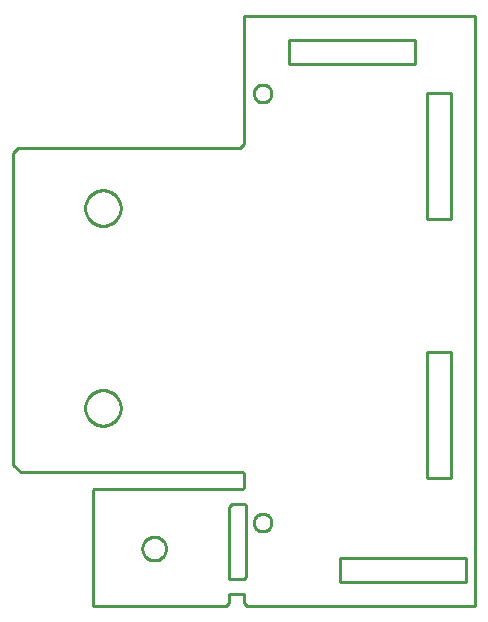
<source format=gbr>
G04 EAGLE Gerber RS-274X export*
G75*
%MOMM*%
%FSLAX34Y34*%
%LPD*%
%IN*%
%IPPOS*%
%AMOC8*
5,1,8,0,0,1.08239X$1,22.5*%
G01*
%ADD10C,0.254000*%


D10*
X-30480Y96520D02*
X-24130Y90170D01*
X163830Y90170D01*
X165100Y88900D01*
X165100Y77470D01*
X163830Y76200D01*
X38100Y76200D01*
X36830Y74930D01*
X36830Y-22860D01*
X149860Y-22860D01*
X152400Y-20320D01*
X152400Y-12700D01*
X165100Y-12700D01*
X165100Y-20320D01*
X167640Y-22860D01*
X360680Y-22860D01*
X360680Y476250D01*
X165100Y476250D01*
X165100Y368300D01*
X161290Y364490D01*
X-26670Y364490D01*
X-30480Y360680D01*
X-30480Y96520D01*
X320040Y85090D02*
X340360Y85090D01*
X340360Y191770D01*
X320040Y191770D01*
X320040Y85090D01*
X320040Y304800D02*
X340360Y304800D01*
X340360Y411480D01*
X320040Y411480D01*
X320040Y304800D01*
X203200Y435610D02*
X309880Y435610D01*
X309880Y455930D01*
X203200Y455930D01*
X203200Y435610D01*
X246380Y-2540D02*
X353060Y-2540D01*
X353060Y17780D01*
X246380Y17780D01*
X246380Y-2540D01*
X152400Y0D02*
X165100Y0D01*
X166370Y1270D01*
X166370Y62230D01*
X165100Y63500D01*
X154940Y63500D01*
X152400Y60960D01*
X152400Y0D01*
X60516Y313212D02*
X60440Y312144D01*
X60287Y311083D01*
X60059Y310036D01*
X59757Y309008D01*
X59383Y308004D01*
X58938Y307029D01*
X58424Y306089D01*
X57845Y305188D01*
X57203Y304330D01*
X56501Y303520D01*
X55744Y302763D01*
X54934Y302061D01*
X54076Y301419D01*
X53175Y300840D01*
X52235Y300326D01*
X51260Y299881D01*
X50256Y299507D01*
X49228Y299205D01*
X48181Y298977D01*
X47120Y298824D01*
X46052Y298748D01*
X44980Y298748D01*
X43912Y298824D01*
X42851Y298977D01*
X41804Y299205D01*
X40776Y299507D01*
X39772Y299881D01*
X38797Y300326D01*
X37857Y300840D01*
X36956Y301419D01*
X36098Y302061D01*
X35288Y302763D01*
X34531Y303520D01*
X33829Y304330D01*
X33187Y305188D01*
X32608Y306089D01*
X32094Y307029D01*
X31649Y308004D01*
X31275Y309008D01*
X30973Y310036D01*
X30745Y311083D01*
X30592Y312144D01*
X30516Y313212D01*
X30516Y314284D01*
X30592Y315352D01*
X30745Y316413D01*
X30973Y317460D01*
X31275Y318488D01*
X31649Y319492D01*
X32094Y320467D01*
X32608Y321407D01*
X33187Y322308D01*
X33829Y323166D01*
X34531Y323976D01*
X35288Y324733D01*
X36098Y325435D01*
X36956Y326077D01*
X37857Y326656D01*
X38797Y327170D01*
X39772Y327615D01*
X40776Y327989D01*
X41804Y328291D01*
X42851Y328519D01*
X43912Y328672D01*
X44980Y328748D01*
X46052Y328748D01*
X47120Y328672D01*
X48181Y328519D01*
X49228Y328291D01*
X50256Y327989D01*
X51260Y327615D01*
X52235Y327170D01*
X53175Y326656D01*
X54076Y326077D01*
X54934Y325435D01*
X55744Y324733D01*
X56501Y323976D01*
X57203Y323166D01*
X57845Y322308D01*
X58424Y321407D01*
X58938Y320467D01*
X59383Y319492D01*
X59757Y318488D01*
X60059Y317460D01*
X60287Y316413D01*
X60440Y315352D01*
X60516Y314284D01*
X60516Y313212D01*
X60516Y144031D02*
X60440Y142963D01*
X60287Y141902D01*
X60059Y140855D01*
X59757Y139827D01*
X59383Y138823D01*
X58938Y137848D01*
X58424Y136908D01*
X57845Y136007D01*
X57203Y135149D01*
X56501Y134339D01*
X55744Y133582D01*
X54934Y132880D01*
X54076Y132238D01*
X53175Y131659D01*
X52235Y131145D01*
X51260Y130700D01*
X50256Y130326D01*
X49228Y130024D01*
X48181Y129796D01*
X47120Y129643D01*
X46052Y129567D01*
X44980Y129567D01*
X43912Y129643D01*
X42851Y129796D01*
X41804Y130024D01*
X40776Y130326D01*
X39772Y130700D01*
X38797Y131145D01*
X37857Y131659D01*
X36956Y132238D01*
X36098Y132880D01*
X35288Y133582D01*
X34531Y134339D01*
X33829Y135149D01*
X33187Y136007D01*
X32608Y136908D01*
X32094Y137848D01*
X31649Y138823D01*
X31275Y139827D01*
X30973Y140855D01*
X30745Y141902D01*
X30592Y142963D01*
X30516Y144031D01*
X30516Y145103D01*
X30592Y146171D01*
X30745Y147232D01*
X30973Y148279D01*
X31275Y149307D01*
X31649Y150311D01*
X32094Y151286D01*
X32608Y152226D01*
X33187Y153127D01*
X33829Y153985D01*
X34531Y154795D01*
X35288Y155552D01*
X36098Y156254D01*
X36956Y156896D01*
X37857Y157475D01*
X38797Y157989D01*
X39772Y158434D01*
X40776Y158808D01*
X41804Y159110D01*
X42851Y159338D01*
X43912Y159491D01*
X44980Y159567D01*
X46052Y159567D01*
X47120Y159491D01*
X48181Y159338D01*
X49228Y159110D01*
X50256Y158808D01*
X51260Y158434D01*
X52235Y157989D01*
X53175Y157475D01*
X54076Y156896D01*
X54934Y156254D01*
X55744Y155552D01*
X56501Y154795D01*
X57203Y153985D01*
X57845Y153127D01*
X58424Y152226D01*
X58938Y151286D01*
X59383Y150311D01*
X59757Y149307D01*
X60059Y148279D01*
X60287Y147232D01*
X60440Y146171D01*
X60516Y145103D01*
X60516Y144031D01*
X188200Y47148D02*
X188128Y46414D01*
X187984Y45691D01*
X187770Y44986D01*
X187488Y44305D01*
X187141Y43656D01*
X186731Y43043D01*
X186264Y42473D01*
X185743Y41952D01*
X185173Y41485D01*
X184560Y41075D01*
X183911Y40728D01*
X183230Y40446D01*
X182525Y40232D01*
X181802Y40088D01*
X181068Y40016D01*
X180332Y40016D01*
X179598Y40088D01*
X178875Y40232D01*
X178170Y40446D01*
X177489Y40728D01*
X176840Y41075D01*
X176227Y41485D01*
X175657Y41952D01*
X175136Y42473D01*
X174669Y43043D01*
X174259Y43656D01*
X173912Y44305D01*
X173630Y44986D01*
X173416Y45691D01*
X173272Y46414D01*
X173200Y47148D01*
X173200Y47884D01*
X173272Y48618D01*
X173416Y49341D01*
X173630Y50046D01*
X173912Y50727D01*
X174259Y51376D01*
X174669Y51989D01*
X175136Y52559D01*
X175657Y53080D01*
X176227Y53547D01*
X176840Y53957D01*
X177489Y54304D01*
X178170Y54586D01*
X178875Y54800D01*
X179598Y54944D01*
X180332Y55016D01*
X181068Y55016D01*
X181802Y54944D01*
X182525Y54800D01*
X183230Y54586D01*
X183911Y54304D01*
X184560Y53957D01*
X185173Y53547D01*
X185743Y53080D01*
X186264Y52559D01*
X186731Y51989D01*
X187141Y51376D01*
X187488Y50727D01*
X187770Y50046D01*
X187984Y49341D01*
X188128Y48618D01*
X188200Y47884D01*
X188200Y47148D01*
X188200Y410432D02*
X188128Y409698D01*
X187984Y408975D01*
X187770Y408270D01*
X187488Y407589D01*
X187141Y406940D01*
X186731Y406327D01*
X186264Y405757D01*
X185743Y405236D01*
X185173Y404769D01*
X184560Y404359D01*
X183911Y404012D01*
X183230Y403730D01*
X182525Y403516D01*
X181802Y403372D01*
X181068Y403300D01*
X180332Y403300D01*
X179598Y403372D01*
X178875Y403516D01*
X178170Y403730D01*
X177489Y404012D01*
X176840Y404359D01*
X176227Y404769D01*
X175657Y405236D01*
X175136Y405757D01*
X174669Y406327D01*
X174259Y406940D01*
X173912Y407589D01*
X173630Y408270D01*
X173416Y408975D01*
X173272Y409698D01*
X173200Y410432D01*
X173200Y411168D01*
X173272Y411902D01*
X173416Y412625D01*
X173630Y413330D01*
X173912Y414011D01*
X174259Y414660D01*
X174669Y415273D01*
X175136Y415843D01*
X175657Y416364D01*
X176227Y416831D01*
X176840Y417241D01*
X177489Y417588D01*
X178170Y417870D01*
X178875Y418084D01*
X179598Y418228D01*
X180332Y418300D01*
X181068Y418300D01*
X181802Y418228D01*
X182525Y418084D01*
X183230Y417870D01*
X183911Y417588D01*
X184560Y417241D01*
X185173Y416831D01*
X185743Y416364D01*
X186264Y415843D01*
X186731Y415273D01*
X187141Y414660D01*
X187488Y414011D01*
X187770Y413330D01*
X187984Y412625D01*
X188128Y411902D01*
X188200Y411168D01*
X188200Y410432D01*
X98900Y24963D02*
X98824Y24094D01*
X98672Y23234D01*
X98446Y22390D01*
X98148Y21570D01*
X97779Y20778D01*
X97342Y20022D01*
X96841Y19307D01*
X96280Y18638D01*
X95662Y18020D01*
X94993Y17459D01*
X94278Y16958D01*
X93522Y16521D01*
X92730Y16152D01*
X91910Y15854D01*
X91066Y15628D01*
X90207Y15476D01*
X89337Y15400D01*
X88463Y15400D01*
X87594Y15476D01*
X86734Y15628D01*
X85890Y15854D01*
X85070Y16152D01*
X84278Y16521D01*
X83522Y16958D01*
X82807Y17459D01*
X82138Y18020D01*
X81520Y18638D01*
X80959Y19307D01*
X80458Y20022D01*
X80021Y20778D01*
X79652Y21570D01*
X79354Y22390D01*
X79128Y23234D01*
X78976Y24094D01*
X78900Y24963D01*
X78900Y25837D01*
X78976Y26707D01*
X79128Y27566D01*
X79354Y28410D01*
X79652Y29230D01*
X80021Y30022D01*
X80458Y30778D01*
X80959Y31493D01*
X81520Y32162D01*
X82138Y32780D01*
X82807Y33341D01*
X83522Y33842D01*
X84278Y34279D01*
X85070Y34648D01*
X85890Y34946D01*
X86734Y35172D01*
X87594Y35324D01*
X88463Y35400D01*
X89337Y35400D01*
X90207Y35324D01*
X91066Y35172D01*
X91910Y34946D01*
X92730Y34648D01*
X93522Y34279D01*
X94278Y33842D01*
X94993Y33341D01*
X95662Y32780D01*
X96280Y32162D01*
X96841Y31493D01*
X97342Y30778D01*
X97779Y30022D01*
X98148Y29230D01*
X98446Y28410D01*
X98672Y27566D01*
X98824Y26707D01*
X98900Y25837D01*
X98900Y24963D01*
M02*

</source>
